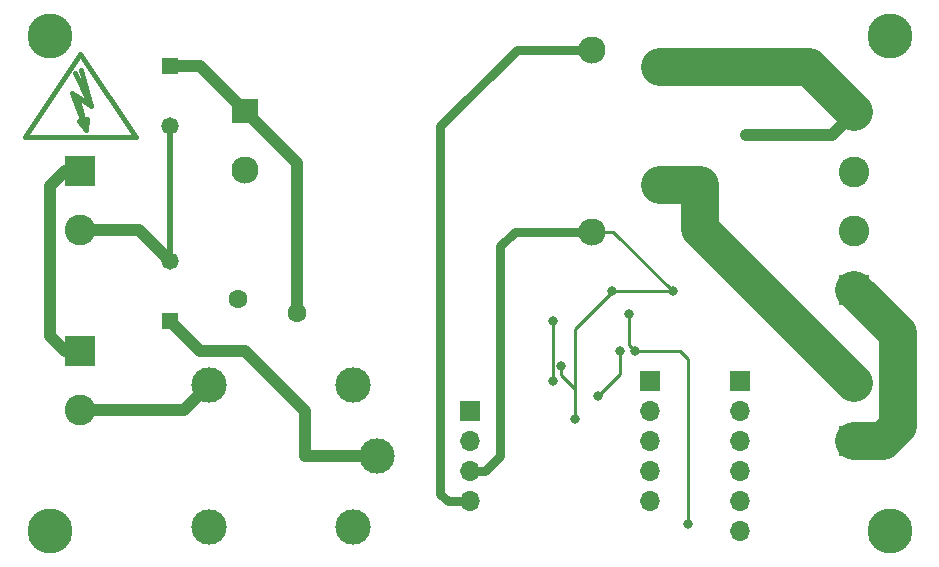
<source format=gbr>
G04 #@! TF.GenerationSoftware,KiCad,Pcbnew,5.99.0-unknown-9aa9857685~131~ubuntu21.04.1*
G04 #@! TF.CreationDate,2021-08-15T16:35:44-05:00*
G04 #@! TF.ProjectId,LED_Pro,4c45445f-5072-46f2-9e6b-696361645f70,rev?*
G04 #@! TF.SameCoordinates,Original*
G04 #@! TF.FileFunction,Copper,L2,Bot*
G04 #@! TF.FilePolarity,Positive*
%FSLAX46Y46*%
G04 Gerber Fmt 4.6, Leading zero omitted, Abs format (unit mm)*
G04 Created by KiCad (PCBNEW 5.99.0-unknown-9aa9857685~131~ubuntu21.04.1) date 2021-08-15 16:35:44*
%MOMM*%
%LPD*%
G01*
G04 APERTURE LIST*
G04 #@! TA.AperFunction,EtchedComponent*
%ADD10C,0.381000*%
G04 #@! TD*
G04 #@! TA.AperFunction,ComponentPad*
%ADD11C,3.800000*%
G04 #@! TD*
G04 #@! TA.AperFunction,ComponentPad*
%ADD12C,3.000000*%
G04 #@! TD*
G04 #@! TA.AperFunction,ComponentPad*
%ADD13R,2.300000X2.000000*%
G04 #@! TD*
G04 #@! TA.AperFunction,ComponentPad*
%ADD14C,2.300000*%
G04 #@! TD*
G04 #@! TA.AperFunction,ComponentPad*
%ADD15C,2.780000*%
G04 #@! TD*
G04 #@! TA.AperFunction,ComponentPad*
%ADD16R,2.600000X2.600000*%
G04 #@! TD*
G04 #@! TA.AperFunction,ComponentPad*
%ADD17C,2.600000*%
G04 #@! TD*
G04 #@! TA.AperFunction,ComponentPad*
%ADD18R,1.700000X1.700000*%
G04 #@! TD*
G04 #@! TA.AperFunction,ComponentPad*
%ADD19O,1.700000X1.700000*%
G04 #@! TD*
G04 #@! TA.AperFunction,ComponentPad*
%ADD20C,1.600000*%
G04 #@! TD*
G04 #@! TA.AperFunction,ComponentPad*
%ADD21R,1.473200X1.473200*%
G04 #@! TD*
G04 #@! TA.AperFunction,ComponentPad*
%ADD22C,1.473200*%
G04 #@! TD*
G04 #@! TA.AperFunction,ViaPad*
%ADD23C,0.800000*%
G04 #@! TD*
G04 #@! TA.AperFunction,Conductor*
%ADD24C,1.016000*%
G04 #@! TD*
G04 #@! TA.AperFunction,Conductor*
%ADD25C,0.254000*%
G04 #@! TD*
G04 #@! TA.AperFunction,Conductor*
%ADD26C,0.762000*%
G04 #@! TD*
G04 #@! TA.AperFunction,Conductor*
%ADD27C,0.508000*%
G04 #@! TD*
G04 #@! TA.AperFunction,Conductor*
%ADD28C,1.000000*%
G04 #@! TD*
G04 #@! TA.AperFunction,Conductor*
%ADD29C,3.175000*%
G04 #@! TD*
G04 APERTURE END LIST*
D10*
X86857840Y-73954640D02*
X85658960Y-70855840D01*
X85658960Y-70855840D02*
X86258400Y-71254620D01*
X87259160Y-71955660D02*
X85958680Y-69154040D01*
X86857840Y-73954640D02*
X86258400Y-73256140D01*
X86459060Y-68955920D02*
X87259160Y-71955660D01*
X87259160Y-71955660D02*
X86060280Y-71155560D01*
X86060280Y-71155560D02*
X86857840Y-73954640D01*
X86857840Y-73954640D02*
X86959440Y-73055480D01*
X86360000Y-67564000D02*
X81661000Y-74549000D01*
X81661000Y-74549000D02*
X91059000Y-74549000D01*
X91059000Y-74549000D02*
X86360000Y-67564000D01*
D11*
X83820000Y-107950000D03*
D12*
X111497500Y-101600000D03*
X97297500Y-107600000D03*
X97297500Y-95600000D03*
X109497500Y-95600000D03*
X109497500Y-107600000D03*
D13*
X100330000Y-72390000D03*
D14*
X100330000Y-77390000D03*
X129730000Y-67190000D03*
X129730000Y-82590000D03*
D15*
X135460000Y-68700000D03*
X138860000Y-68700000D03*
X135460000Y-78620000D03*
X138860000Y-78620000D03*
D16*
X86360000Y-77470000D03*
D17*
X86360000Y-82470000D03*
D16*
X86360000Y-92710000D03*
D17*
X86360000Y-97710000D03*
D16*
X151900000Y-100290000D03*
D17*
X151900000Y-95290000D03*
D16*
X151900000Y-87510000D03*
D17*
X151900000Y-82510000D03*
X151900000Y-77510000D03*
X151900000Y-72510000D03*
D18*
X142240000Y-95250000D03*
D19*
X142240000Y-97790000D03*
X142240000Y-100330000D03*
X142240000Y-102870000D03*
X142240000Y-105410000D03*
X142240000Y-107950000D03*
D18*
X119380000Y-97795000D03*
D19*
X119380000Y-100335000D03*
X119380000Y-102875000D03*
X119380000Y-105415000D03*
D18*
X134620000Y-95255000D03*
D19*
X134620000Y-97795000D03*
X134620000Y-100335000D03*
X134620000Y-102875000D03*
X134620000Y-105415000D03*
D20*
X104735000Y-89525000D03*
X99735000Y-88275000D03*
D21*
X93980000Y-68580000D03*
D22*
X93980000Y-73660000D03*
D21*
X93980000Y-90170000D03*
D22*
X93980000Y-85090000D03*
D11*
X154940000Y-107950000D03*
X83820000Y-66040000D03*
X154940000Y-66040000D03*
D23*
X142748000Y-74422000D03*
X143764000Y-74422000D03*
X127091500Y-93980000D03*
X126365000Y-95250000D03*
X126365000Y-90170000D03*
X132080000Y-92710000D03*
X130175000Y-96520000D03*
X131353500Y-87630000D03*
X137795000Y-107315000D03*
X133350000Y-92710000D03*
X132806500Y-89535000D03*
X128270000Y-98425000D03*
X136525000Y-87630000D03*
D24*
X142748000Y-74422000D02*
X143764000Y-74422000D01*
X143764000Y-74422000D02*
X149988000Y-74422000D01*
X149988000Y-74422000D02*
X151900000Y-72510000D01*
D25*
X127091500Y-93980000D02*
X127091500Y-94706500D01*
X127091500Y-94706500D02*
X128270000Y-95885000D01*
X128270000Y-95885000D02*
X128270000Y-95158500D01*
X126365000Y-90170000D02*
X126365000Y-95250000D01*
X132080000Y-94615000D02*
X132080000Y-92710000D01*
X130175000Y-96520000D02*
X132080000Y-94615000D01*
X129730000Y-82590000D02*
X131485000Y-82590000D01*
X131485000Y-82590000D02*
X136525000Y-87630000D01*
D26*
X119380000Y-102875000D02*
X120645000Y-102875000D01*
X120645000Y-102875000D02*
X121920000Y-101600000D01*
X121920000Y-83820000D02*
X123150000Y-82590000D01*
X121920000Y-101600000D02*
X121920000Y-83820000D01*
X123150000Y-82590000D02*
X129730000Y-82590000D01*
X116840000Y-104775000D02*
X116840000Y-81280000D01*
X116840000Y-81280000D02*
X116840000Y-73660000D01*
X119380000Y-105415000D02*
X117480000Y-105415000D01*
X117480000Y-105415000D02*
X116840000Y-104775000D01*
X116840000Y-73660000D02*
X123310000Y-67190000D01*
X123310000Y-67190000D02*
X129730000Y-67190000D01*
D24*
X96520000Y-68580000D02*
X100330000Y-72390000D01*
X93980000Y-68580000D02*
X96520000Y-68580000D01*
X100330000Y-72390000D02*
X104734995Y-76794995D01*
X104734995Y-76794995D02*
X104734995Y-89524992D01*
X91359990Y-82469990D02*
X93980000Y-85090000D01*
X86360000Y-82469990D02*
X91359990Y-82469990D01*
D27*
X93980000Y-73660000D02*
X93980000Y-85090000D01*
D28*
X105410000Y-97790000D02*
X105410000Y-101600000D01*
X100330000Y-92710000D02*
X105410000Y-97790000D01*
X93980000Y-90170000D02*
X96520000Y-92710000D01*
X96520000Y-92710000D02*
X100330000Y-92710000D01*
X105410000Y-101600000D02*
X111497500Y-101600000D01*
D29*
X148090001Y-68699990D02*
X151900001Y-72509990D01*
X135460003Y-68699990D02*
X138859997Y-68699990D01*
X138859997Y-68699990D02*
X148090001Y-68699990D01*
X138860000Y-82379995D02*
X138859997Y-82379998D01*
X138859997Y-82379998D02*
X151900001Y-95420002D01*
X135460000Y-78620000D02*
X138860000Y-78620000D01*
X138860000Y-78620000D02*
X138860000Y-82379995D01*
D27*
X85090000Y-77470000D02*
X86360000Y-77470000D01*
D24*
X83820000Y-91440000D02*
X85090000Y-92710000D01*
X85090000Y-77470000D02*
X83820000Y-78740000D01*
X85090000Y-92710000D02*
X86360000Y-92710000D01*
X83820000Y-78740000D02*
X83820000Y-91440000D01*
D28*
X95187500Y-97710000D02*
X97297500Y-95600000D01*
X86360000Y-97710000D02*
X95187500Y-97710000D01*
D29*
X151900000Y-87510000D02*
X155575000Y-91185000D01*
X155575000Y-91185000D02*
X155575000Y-99060000D01*
D25*
X137795000Y-93345000D02*
X137795000Y-107315000D01*
X132806500Y-89535000D02*
X132806500Y-92166500D01*
D29*
X155575000Y-99060000D02*
X154345000Y-100290000D01*
X154345000Y-100290000D02*
X151900000Y-100290000D01*
D25*
X132806500Y-92166500D02*
X133350000Y-92710000D01*
X137160000Y-92710000D02*
X137795000Y-93345000D01*
X133350000Y-92710000D02*
X137160000Y-92710000D01*
X136525000Y-87630000D02*
X131445000Y-87630000D01*
X128270000Y-90805000D02*
X128270000Y-98425000D01*
X131445000Y-87630000D02*
X128270000Y-90805000D01*
X119380000Y-97795000D02*
X119380000Y-97155000D01*
M02*

</source>
